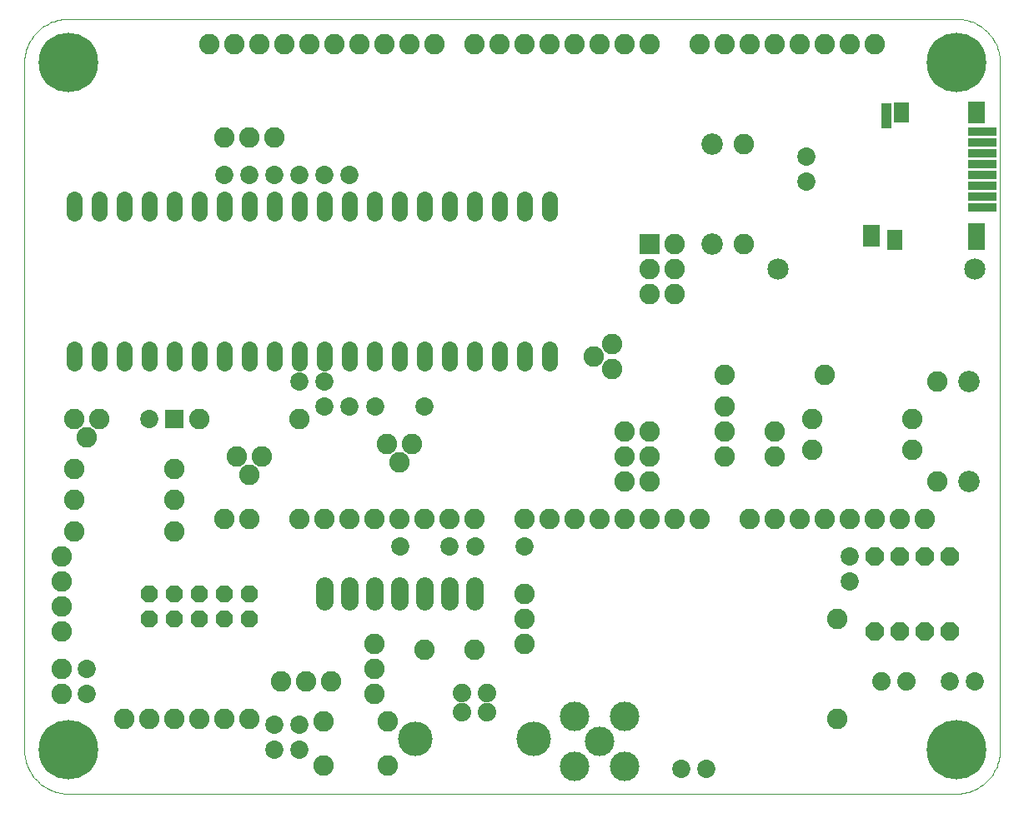
<source format=gbs>
G75*
G70*
%OFA0B0*%
%FSLAX24Y24*%
%IPPOS*%
%LPD*%
%AMOC8*
5,1,8,0,0,1.08239X$1,22.5*
%
%ADD10C,0.0000*%
%ADD11C,0.0640*%
%ADD12C,0.0820*%
%ADD13C,0.0730*%
%ADD14C,0.0740*%
%ADD15C,0.1380*%
%ADD16R,0.0820X0.0820*%
%ADD17OC8,0.0710*%
%ADD18C,0.0848*%
%ADD19OC8,0.0680*%
%ADD20C,0.2380*%
%ADD21R,0.0730X0.0730*%
%ADD22C,0.0714*%
%ADD23C,0.0860*%
%ADD24C,0.1180*%
%ADD25R,0.1163X0.0356*%
%ADD26R,0.0671X0.1064*%
%ADD27R,0.0671X0.0907*%
%ADD28R,0.0592X0.0789*%
%ADD29R,0.0395X0.1045*%
%ADD30R,0.0631X0.0789*%
%ADD31R,0.0690X0.0867*%
D10*
X002430Y001811D02*
X037930Y001811D01*
X038013Y001813D01*
X038096Y001819D01*
X038179Y001829D01*
X038261Y001843D01*
X038343Y001860D01*
X038423Y001882D01*
X038502Y001907D01*
X038580Y001936D01*
X038657Y001969D01*
X038732Y002006D01*
X038805Y002045D01*
X038876Y002089D01*
X038945Y002135D01*
X039012Y002185D01*
X039076Y002238D01*
X039138Y002294D01*
X039197Y002353D01*
X039253Y002415D01*
X039306Y002479D01*
X039356Y002546D01*
X039402Y002615D01*
X039446Y002686D01*
X039485Y002759D01*
X039522Y002834D01*
X039555Y002911D01*
X039584Y002989D01*
X039609Y003068D01*
X039631Y003148D01*
X039648Y003230D01*
X039662Y003312D01*
X039672Y003395D01*
X039678Y003478D01*
X039680Y003561D01*
X039680Y031061D01*
X039678Y031144D01*
X039672Y031227D01*
X039662Y031310D01*
X039648Y031392D01*
X039631Y031474D01*
X039609Y031554D01*
X039584Y031633D01*
X039555Y031711D01*
X039522Y031788D01*
X039485Y031863D01*
X039446Y031936D01*
X039402Y032007D01*
X039356Y032076D01*
X039306Y032143D01*
X039253Y032207D01*
X039197Y032269D01*
X039138Y032328D01*
X039076Y032384D01*
X039012Y032437D01*
X038945Y032487D01*
X038876Y032533D01*
X038805Y032577D01*
X038732Y032616D01*
X038657Y032653D01*
X038580Y032686D01*
X038502Y032715D01*
X038423Y032740D01*
X038343Y032762D01*
X038261Y032779D01*
X038179Y032793D01*
X038096Y032803D01*
X038013Y032809D01*
X037930Y032811D01*
X002430Y032811D01*
X002347Y032809D01*
X002264Y032803D01*
X002181Y032793D01*
X002099Y032779D01*
X002017Y032762D01*
X001937Y032740D01*
X001858Y032715D01*
X001780Y032686D01*
X001703Y032653D01*
X001628Y032616D01*
X001555Y032577D01*
X001484Y032533D01*
X001415Y032487D01*
X001348Y032437D01*
X001284Y032384D01*
X001222Y032328D01*
X001163Y032269D01*
X001107Y032207D01*
X001054Y032143D01*
X001004Y032076D01*
X000958Y032007D01*
X000914Y031936D01*
X000875Y031863D01*
X000838Y031788D01*
X000805Y031711D01*
X000776Y031633D01*
X000751Y031554D01*
X000729Y031474D01*
X000712Y031392D01*
X000698Y031310D01*
X000688Y031227D01*
X000682Y031144D01*
X000680Y031061D01*
X000680Y003561D01*
X000682Y003478D01*
X000688Y003395D01*
X000698Y003312D01*
X000712Y003230D01*
X000729Y003148D01*
X000751Y003068D01*
X000776Y002989D01*
X000805Y002911D01*
X000838Y002834D01*
X000875Y002759D01*
X000914Y002686D01*
X000958Y002615D01*
X001004Y002546D01*
X001054Y002479D01*
X001107Y002415D01*
X001163Y002353D01*
X001222Y002294D01*
X001284Y002238D01*
X001348Y002185D01*
X001415Y002135D01*
X001484Y002089D01*
X001555Y002045D01*
X001628Y002006D01*
X001703Y001969D01*
X001780Y001936D01*
X001858Y001907D01*
X001937Y001882D01*
X002017Y001860D01*
X002099Y001843D01*
X002181Y001829D01*
X002264Y001819D01*
X002347Y001813D01*
X002430Y001811D01*
D11*
X002680Y019031D02*
X002680Y019591D01*
X003680Y019591D02*
X003680Y019031D01*
X004680Y019031D02*
X004680Y019591D01*
X005680Y019591D02*
X005680Y019031D01*
X006680Y019031D02*
X006680Y019591D01*
X007680Y019591D02*
X007680Y019031D01*
X008680Y019031D02*
X008680Y019591D01*
X009680Y019591D02*
X009680Y019031D01*
X010680Y019031D02*
X010680Y019591D01*
X011680Y019591D02*
X011680Y019031D01*
X012680Y019031D02*
X012680Y019591D01*
X013680Y019591D02*
X013680Y019031D01*
X014680Y019031D02*
X014680Y019591D01*
X015680Y019591D02*
X015680Y019031D01*
X016680Y019031D02*
X016680Y019591D01*
X017680Y019591D02*
X017680Y019031D01*
X018680Y019031D02*
X018680Y019591D01*
X019680Y019591D02*
X019680Y019031D01*
X020680Y019031D02*
X020680Y019591D01*
X021680Y019591D02*
X021680Y019031D01*
X021680Y025031D02*
X021680Y025591D01*
X020680Y025591D02*
X020680Y025031D01*
X019680Y025031D02*
X019680Y025591D01*
X018680Y025591D02*
X018680Y025031D01*
X017680Y025031D02*
X017680Y025591D01*
X016680Y025591D02*
X016680Y025031D01*
X015680Y025031D02*
X015680Y025591D01*
X014680Y025591D02*
X014680Y025031D01*
X013680Y025031D02*
X013680Y025591D01*
X012680Y025591D02*
X012680Y025031D01*
X011680Y025031D02*
X011680Y025591D01*
X010680Y025591D02*
X010680Y025031D01*
X009680Y025031D02*
X009680Y025591D01*
X008680Y025591D02*
X008680Y025031D01*
X007680Y025031D02*
X007680Y025591D01*
X006680Y025591D02*
X006680Y025031D01*
X005680Y025031D02*
X005680Y025591D01*
X004680Y025591D02*
X004680Y025031D01*
X003680Y025031D02*
X003680Y025591D01*
X002680Y025591D02*
X002680Y025031D01*
D12*
X008680Y028061D03*
X009680Y028061D03*
X010680Y028061D03*
X011080Y031811D03*
X012080Y031811D03*
X013080Y031811D03*
X014080Y031811D03*
X015080Y031811D03*
X016080Y031811D03*
X017080Y031811D03*
X018680Y031811D03*
X019680Y031811D03*
X020680Y031811D03*
X021680Y031811D03*
X022680Y031811D03*
X023680Y031811D03*
X024680Y031811D03*
X025680Y031811D03*
X027680Y031811D03*
X028680Y031811D03*
X029680Y031811D03*
X030680Y031811D03*
X031680Y031811D03*
X032680Y031811D03*
X033680Y031811D03*
X034680Y031811D03*
X029430Y027811D03*
X029430Y023811D03*
X026680Y023811D03*
X026680Y022811D03*
X026680Y021811D03*
X025680Y021811D03*
X025680Y022811D03*
X024180Y019811D03*
X023430Y019311D03*
X024180Y018811D03*
X024680Y016311D03*
X025680Y016311D03*
X025680Y015311D03*
X024680Y015311D03*
X024680Y014311D03*
X025680Y014311D03*
X025680Y012811D03*
X024680Y012811D03*
X023680Y012811D03*
X022680Y012811D03*
X021680Y012811D03*
X020680Y012811D03*
X018680Y012811D03*
X017680Y012811D03*
X016680Y012811D03*
X015680Y012811D03*
X014680Y012811D03*
X013680Y012811D03*
X012680Y012811D03*
X011680Y012811D03*
X009680Y012811D03*
X008680Y012811D03*
X009680Y014561D03*
X009180Y015311D03*
X010180Y015311D03*
X011680Y016811D03*
X015180Y015811D03*
X016180Y015811D03*
X015680Y015061D03*
X020680Y009811D03*
X020680Y008811D03*
X020680Y007811D03*
X018680Y007561D03*
X016680Y007561D03*
X014680Y007811D03*
X014680Y006811D03*
X014680Y005811D03*
X015210Y004701D03*
X015210Y002921D03*
X012650Y002921D03*
X012650Y004701D03*
X012930Y006311D03*
X011930Y006311D03*
X010930Y006311D03*
X009680Y004811D03*
X008680Y004811D03*
X007680Y004811D03*
X006680Y004811D03*
X005680Y004811D03*
X004680Y004811D03*
X002180Y005811D03*
X002180Y006811D03*
X002180Y008311D03*
X002180Y009311D03*
X002180Y010311D03*
X002180Y011311D03*
X002680Y012311D03*
X002680Y013561D03*
X002680Y014811D03*
X003180Y016061D03*
X002680Y016811D03*
X003680Y016811D03*
X006680Y014811D03*
X006680Y013561D03*
X006680Y012311D03*
X007680Y016811D03*
X008080Y031811D03*
X009080Y031811D03*
X010080Y031811D03*
X028680Y018561D03*
X028680Y017311D03*
X028680Y016311D03*
X028680Y015311D03*
X030680Y015311D03*
X030680Y016311D03*
X032180Y016811D03*
X032180Y015561D03*
X031680Y012811D03*
X030680Y012811D03*
X029680Y012811D03*
X027680Y012811D03*
X026680Y012811D03*
X032680Y012811D03*
X033680Y012811D03*
X034680Y012811D03*
X035680Y012811D03*
X036680Y012811D03*
X037180Y014311D03*
X036180Y015561D03*
X036180Y016811D03*
X037180Y018311D03*
X032680Y018561D03*
X033180Y008811D03*
X033180Y004811D03*
D13*
X037680Y006311D03*
X038680Y006311D03*
X033680Y010311D03*
X033680Y011311D03*
X027930Y002811D03*
X026930Y002811D03*
X020664Y011686D03*
X018696Y011686D03*
X017664Y011686D03*
X015696Y011686D03*
X016664Y017311D03*
X014696Y017311D03*
X013680Y017311D03*
X012680Y017311D03*
X012680Y018311D03*
X011680Y018311D03*
X005680Y016811D03*
X008680Y026561D03*
X009680Y026561D03*
X010680Y026561D03*
X011680Y026561D03*
X012680Y026561D03*
X013680Y026561D03*
X031930Y026311D03*
X031930Y027311D03*
X011680Y004561D03*
X010680Y004561D03*
X010680Y003561D03*
X011680Y003561D03*
X003180Y005811D03*
X003180Y006811D03*
D14*
X018188Y005841D03*
X018188Y005061D03*
X019172Y005061D03*
X019172Y005841D03*
X034930Y006311D03*
X035930Y006311D03*
D15*
X021050Y003991D03*
X016310Y003991D03*
D16*
X025680Y023811D03*
D17*
X034680Y011311D03*
X035680Y011311D03*
X036680Y011311D03*
X037680Y011311D03*
X037680Y008311D03*
X036680Y008311D03*
X035680Y008311D03*
X034680Y008311D03*
D18*
X030806Y022811D03*
X038680Y022811D03*
D19*
X009680Y009811D03*
X008680Y009811D03*
X008680Y008811D03*
X009680Y008811D03*
X007680Y008811D03*
X006680Y008811D03*
X005680Y008811D03*
X005680Y009811D03*
X006680Y009811D03*
X007680Y009811D03*
D20*
X002430Y003561D03*
X002430Y031061D03*
X037930Y031061D03*
X037930Y003561D03*
D21*
X006680Y016811D03*
D22*
X012680Y010128D02*
X012680Y009494D01*
X013680Y009494D02*
X013680Y010128D01*
X014680Y010128D02*
X014680Y009494D01*
X015680Y009494D02*
X015680Y010128D01*
X016680Y010128D02*
X016680Y009494D01*
X017680Y009494D02*
X017680Y010128D01*
X018680Y010128D02*
X018680Y009494D01*
D23*
X028180Y023811D03*
X028180Y027811D03*
X038430Y018311D03*
X038430Y014311D03*
D24*
X024680Y004911D03*
X023680Y003911D03*
X022680Y002911D03*
X024680Y002911D03*
X022680Y004911D03*
D25*
X038971Y025280D03*
X038971Y025713D03*
X038971Y026146D03*
X038971Y026579D03*
X038971Y027012D03*
X038971Y027445D03*
X038971Y027878D03*
X038971Y028311D03*
D26*
X038725Y024118D03*
D27*
X038725Y029059D03*
D28*
X035733Y029079D03*
D29*
X035143Y028951D03*
D30*
X035477Y023981D03*
D31*
X034523Y024138D03*
M02*

</source>
